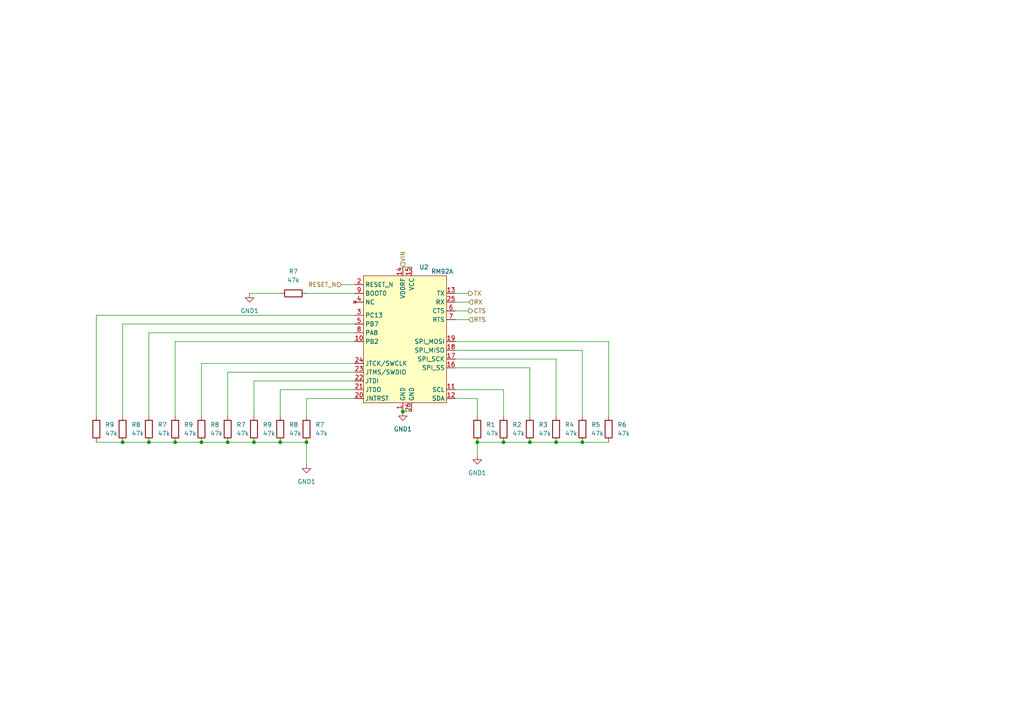
<source format=kicad_sch>
(kicad_sch (version 20230121) (generator eeschema)
  (paper "A4")
  (lib_symbols
    (symbol "Device:R" (pin_numbers hide) (pin_names (offset 0))
      (property "Reference" "R" (at 2.032 0 90))
      (property "Value" "R" (at 0 0 90))
      (symbol "R_0_1"
        (rectangle (start -1.016 -2.54) (end 1.016 2.54) (stroke (width 0.254)))
      )
      (symbol "R_1_1"
        (pin passive line (at 0 3.81 270) (length 1.27) (name "~") (number "1"))
        (pin passive line (at 0 -3.81 90) (length 1.27) (name "~") (number "2"))
      )
    )
    (symbol "balloon_lib:RM92A"
      (property "Reference" "U" (at 6.35 -19.05 0))
      (symbol "RM92A_0_0"
        (pin passive line (at 0 -20.32 90) (length 2.54) (name "GND") (number "1"))
        (pin bidirectional line (at -13.97 0 0) (length 2.54) (name "PB2") (number "10"))
        (pin output line (at 15.24 -13.97 180) (length 2.54) (name "SCL") (number "11"))
        (pin output line (at 15.24 -16.51 180) (length 2.54) (name "SDA") (number "12"))
        (pin output line (at 15.24 13.97 180) (length 2.54) (name "TX") (number "13"))
        (pin power_in line (at 0 21.59 270) (length 2.54) (name "VDDRF") (number "14"))
        (pin power_in line (at 2.54 21.59 270) (length 2.54) (name "VCC") (number "15"))
        (pin output line (at 15.24 -7.62 180) (length 2.54) (name "SPI_SS") (number "16"))
        (pin output line (at 15.24 -5.08 180) (length 2.54) (name "SPI_SCK") (number "17"))
        (pin input line (at 15.24 -2.54 180) (length 2.54) (name "SPI_MISO") (number "18"))
        (pin output line (at 15.24 0 180) (length 2.54) (name "SPI_MOSI") (number "19"))
        (pin input line (at -13.97 16.51 0) (length 2.54) (name "RESET_N") (number "2"))
        (pin input line (at -13.97 -16.51 0) (length 2.54) (name "JNTRST") (number "20"))
        (pin output line (at -13.97 -13.97 0) (length 2.54) (name "JTDO") (number "21"))
        (pin input line (at -13.97 -11.43 0) (length 2.54) (name "JTDI") (number "22"))
        (pin bidirectional line (at -13.97 -8.89 0) (length 2.54) (name "JTMS/SWDIO") (number "23"))
        (pin bidirectional line (at -13.97 -6.35 0) (length 2.54) (name "JTCK/SWCLK") (number "24"))
        (pin input line (at 15.24 11.43 180) (length 2.54) (name "RX") (number "25"))
        (pin passive line (at 2.54 -20.32 90) (length 2.54) (name "GND") (number "26"))
        (pin bidirectional line (at -13.97 7.62 0) (length 2.54) (name "PC13") (number "3"))
        (pin no_connect line (at -13.97 11.43 0) (length 2.54) (name "NC") (number "4"))
        (pin bidirectional line (at -13.97 5.08 0) (length 2.54) (name "PB7") (number "5"))
        (pin output line (at 15.24 8.89 180) (length 2.54) (name "CTS") (number "6"))
        (pin input line (at 15.24 6.35 180) (length 2.54) (name "RTS") (number "7"))
        (pin bidirectional line (at -13.97 2.54 0) (length 2.54) (name "PA8") (number "8"))
        (pin passive line (at -13.97 13.97 0) (length 2.54) (name "BOOT0") (number "9"))
      )
      (symbol "RM92A_1_1"
        (rectangle (start -11.43 19.05) (end 12.7 -17.78) (fill (type background)))
      )
    )
    (symbol "power:GND1" (power) (pin_names (offset 0))
      (property "Value" "GND1" (at 0 -3.81 0))
      (symbol "GND1_0_1"
        (polyline (pts (xy 0 0) (xy 0 -1.27) (xy 1.27 -1.27) (xy 0 -2.54) (xy -1.27 -1.27) (xy 0 -1.27)))
      )
      (symbol "GND1_1_1"
        (pin power_in line (at 0 0 270) (length 0) hide (name "GND1") (number "1"))
      )
    )
  )
  (junction (at 43.18 128.27))
  (junction (at 50.8 128.27))
  (junction (at 168.91 128.27))
  (junction (at 116.84 119.38))
  (junction (at 35.56 128.27))
  (junction (at 58.42 128.27))
  (junction (at 73.66 128.27))
  (junction (at 161.29 128.27))
  (junction (at 138.43 128.27))
  (junction (at 153.67 128.27))
  (junction (at 146.05 128.27))
  (junction (at 81.28 128.27))
  (junction (at 88.9 128.27))
  (junction (at 66.04 128.27))
  (wire (pts (xy 153.67 106.68) (xy 153.67 120.65)))
  (wire (pts (xy 132.08 115.57) (xy 138.43 115.57)))
  (wire (pts (xy 132.08 106.68) (xy 153.67 106.68)))
  (wire (pts (xy 72.39 85.09) (xy 81.28 85.09)))
  (wire (pts (xy 35.56 93.98) (xy 35.56 120.65)))
  (wire (pts (xy 88.9 120.65) (xy 88.9 115.57)))
  (wire (pts (xy 58.42 128.27) (xy 50.8 128.27)))
  (wire (pts (xy 102.87 105.41) (xy 58.42 105.41)))
  (wire (pts (xy 138.43 128.27) (xy 146.05 128.27)))
  (wire (pts (xy 135.89 90.17) (xy 132.08 90.17)))
  (wire (pts (xy 116.84 119.38) (xy 119.38 119.38)))
  (wire (pts (xy 138.43 132.08) (xy 138.43 128.27)))
  (wire (pts (xy 73.66 110.49) (xy 73.66 120.65)))
  (wire (pts (xy 102.87 96.52) (xy 43.18 96.52)))
  (wire (pts (xy 153.67 128.27) (xy 161.29 128.27)))
  (wire (pts (xy 102.87 91.44) (xy 27.94 91.44)))
  (wire (pts (xy 146.05 128.27) (xy 153.67 128.27)))
  (wire (pts (xy 88.9 128.27) (xy 81.28 128.27)))
  (wire (pts (xy 138.43 115.57) (xy 138.43 120.65)))
  (wire (pts (xy 168.91 128.27) (xy 176.53 128.27)))
  (wire (pts (xy 102.87 113.03) (xy 81.28 113.03)))
  (wire (pts (xy 135.89 92.71) (xy 132.08 92.71)))
  (wire (pts (xy 168.91 101.6) (xy 168.91 120.65)))
  (wire (pts (xy 135.89 87.63) (xy 132.08 87.63)))
  (wire (pts (xy 132.08 104.14) (xy 161.29 104.14)))
  (wire (pts (xy 66.04 107.95) (xy 66.04 120.65)))
  (wire (pts (xy 27.94 91.44) (xy 27.94 120.65)))
  (wire (pts (xy 81.28 128.27) (xy 73.66 128.27)))
  (wire (pts (xy 88.9 85.09) (xy 102.87 85.09)))
  (wire (pts (xy 132.08 113.03) (xy 146.05 113.03)))
  (wire (pts (xy 58.42 105.41) (xy 58.42 120.65)))
  (wire (pts (xy 146.05 113.03) (xy 146.05 120.65)))
  (wire (pts (xy 102.87 107.95) (xy 66.04 107.95)))
  (wire (pts (xy 73.66 128.27) (xy 66.04 128.27)))
  (wire (pts (xy 132.08 99.06) (xy 176.53 99.06)))
  (wire (pts (xy 176.53 99.06) (xy 176.53 120.65)))
  (wire (pts (xy 132.08 101.6) (xy 168.91 101.6)))
  (wire (pts (xy 161.29 104.14) (xy 161.29 120.65)))
  (wire (pts (xy 50.8 99.06) (xy 50.8 120.65)))
  (wire (pts (xy 102.87 110.49) (xy 73.66 110.49)))
  (wire (pts (xy 135.89 85.09) (xy 132.08 85.09)))
  (wire (pts (xy 43.18 96.52) (xy 43.18 120.65)))
  (wire (pts (xy 88.9 115.57) (xy 102.87 115.57)))
  (wire (pts (xy 50.8 128.27) (xy 43.18 128.27)))
  (wire (pts (xy 66.04 128.27) (xy 58.42 128.27)))
  (wire (pts (xy 102.87 93.98) (xy 35.56 93.98)))
  (wire (pts (xy 116.84 77.47) (xy 119.38 77.47)))
  (wire (pts (xy 161.29 128.27) (xy 168.91 128.27)))
  (wire (pts (xy 102.87 99.06) (xy 50.8 99.06)))
  (wire (pts (xy 43.18 128.27) (xy 35.56 128.27)))
  (wire (pts (xy 88.9 134.62) (xy 88.9 128.27)))
  (wire (pts (xy 81.28 113.03) (xy 81.28 120.65)))
  (wire (pts (xy 99.06 82.55) (xy 102.87 82.55)))
  (wire (pts (xy 35.56 128.27) (xy 27.94 128.27)))
  (hierarchical_label "CTS" (shape output) (at 135.89 90.17 0))
  (hierarchical_label "RX" (shape input) (at 135.89 87.63 0))
  (hierarchical_label "TX" (shape output) (at 135.89 85.09 0))
  (hierarchical_label "VIN" (shape input) (at 116.84 77.47 90))
  (hierarchical_label "RESET_N" (shape input) (at 99.06 82.55 180))
  (hierarchical_label "RTS" (shape input) (at 135.89 92.71 0))
  (symbol (lib_id "power:GND1") (at 116.84 119.38 0) (unit 1)
    (property "Reference" "#PWR06" (effects hide))
    (property "Value" "GND1" (at 116.84 124.46 0))
    (instances (project "balloon" (path "" (reference "#PWR06") (unit 1)) (path "" (reference "#PWR028") (unit 1))))
  )
  (symbol (lib_id "Device:R") (at 66.04 124.46 0) (unit 1)
    (property "Reference" "R7" (at 68.58 123.19 0) (effects (justify left)))
    (property "Value" "47k" (at 68.58 125.73 0) (effects (justify left)))
    (property "Footprint" "Resistor_SMD:R_0603_1608Metric_Pad0.98x0.95mm_HandSolder" (effects hide))
    (instances (project "balloon" (path "" (reference "R7") (unit 1)) (path "" (reference "R11") (unit 1))))
  )
  (symbol (lib_id "Device:R") (at 35.56 124.46 0) (unit 1)
    (property "Reference" "R8" (at 38.1 123.19 0) (effects (justify left)))
    (property "Value" "47k" (at 38.1 125.73 0) (effects (justify left)))
    (property "Footprint" "Resistor_SMD:R_0603_1608Metric_Pad0.98x0.95mm_HandSolder" (effects hide))
    (instances (project "balloon" (path "" (reference "R8") (unit 1)) (path "" (reference "R7") (unit 1))))
  )
  (symbol (lib_id "power:GND1") (at 138.43 132.08 0) (unit 1)
    (property "Reference" "#PWR07" (effects hide))
    (property "Value" "GND1" (at 138.43 137.16 0))
    (instances (project "balloon" (path "" (reference "#PWR07") (unit 1)) (path "" (reference "#PWR029") (unit 1))))
  )
  (symbol (lib_id "Device:R") (at 27.94 124.46 0) (unit 1)
    (property "Reference" "R9" (at 30.48 123.19 0) (effects (justify left)))
    (property "Value" "47k" (at 30.48 125.73 0) (effects (justify left)))
    (property "Footprint" "Resistor_SMD:R_0603_1608Metric_Pad0.98x0.95mm_HandSolder" (effects hide))
    (instances (project "balloon" (path "" (reference "R9") (unit 1)) (path "" (reference "R6") (unit 1))))
  )
  (symbol (lib_id "Device:R") (at 88.9 124.46 0) (unit 1)
    (property "Reference" "R7" (at 91.44 123.19 0) (effects (justify left)))
    (property "Value" "47k" (at 91.44 125.73 0) (effects (justify left)))
    (property "Footprint" "Resistor_SMD:R_0603_1608Metric_Pad0.98x0.95mm_HandSolder" (effects hide))
    (instances (project "balloon" (path "" (reference "R7") (unit 1)) (path "" (reference "R15") (unit 1))))
  )
  (symbol (lib_id "Device:R") (at 161.29 124.46 0) (unit 1)
    (property "Reference" "R4" (at 163.83 123.19 0) (effects (justify left)))
    (property "Value" "47k" (at 163.83 125.73 0) (effects (justify left)))
    (property "Footprint" "Resistor_SMD:R_0603_1608Metric_Pad0.98x0.95mm_HandSolder" (effects hide))
    (instances (project "balloon" (path "" (reference "R4") (unit 1)) (path "" (reference "R19") (unit 1))))
  )
  (symbol (lib_id "Device:R") (at 81.28 124.46 0) (unit 1)
    (property "Reference" "R8" (at 83.82 123.19 0) (effects (justify left)))
    (property "Value" "47k" (at 83.82 125.73 0) (effects (justify left)))
    (property "Footprint" "Resistor_SMD:R_0603_1608Metric_Pad0.98x0.95mm_HandSolder" (effects hide))
    (instances (project "balloon" (path "" (reference "R8") (unit 1)) (path "" (reference "R13") (unit 1))))
  )
  (symbol (lib_id "power:GND1") (at 72.39 85.09 0) (unit 1)
    (property "Reference" "#PWR07" (effects hide))
    (property "Value" "GND1" (at 72.39 90.17 0))
    (instances (project "balloon" (path "" (reference "#PWR07") (unit 1)) (path "" (reference "#PWR026") (unit 1))))
  )
  (symbol (lib_id "Device:R") (at 153.67 124.46 0) (unit 1)
    (property "Reference" "R3" (at 156.21 123.19 0) (effects (justify left)))
    (property "Value" "47k" (at 156.21 125.73 0) (effects (justify left)))
    (property "Footprint" "Resistor_SMD:R_0603_1608Metric_Pad0.98x0.95mm_HandSolder" (effects hide))
    (instances (project "balloon" (path "" (reference "R3") (unit 1)) (path "" (reference "R18") (unit 1))))
  )
  (symbol (lib_id "Device:R") (at 58.42 124.46 0) (unit 1)
    (property "Reference" "R8" (at 60.96 123.19 0) (effects (justify left)))
    (property "Value" "47k" (at 60.96 125.73 0) (effects (justify left)))
    (property "Footprint" "Resistor_SMD:R_0603_1608Metric_Pad0.98x0.95mm_HandSolder" (effects hide))
    (instances (project "balloon" (path "" (reference "R8") (unit 1)) (path "" (reference "R10") (unit 1))))
  )
  (symbol (lib_id "balloon_lib:RM92A") (at 116.84 99.06 0) (unit 1)
    (property "Reference" "U2" (at 121.5741 77.47 0) (effects (justify left)))
    (property "Value" "RM92A" (at 128.27 78.74 0))
    (property "Footprint" "balloon:RM92A" (effects hide))
    (instances (project "balloon" (path "" (reference "U2") (unit 1)) (path "" (reference "U6") (unit 1))))
  )
  (symbol (lib_id "power:GND1") (at 88.9 134.62 0) (unit 1)
    (property "Reference" "#PWR07" (effects hide))
    (property "Value" "GND1" (at 88.9 139.7 0))
    (instances (project "balloon" (path "" (reference "#PWR07") (unit 1)) (path "" (reference "#PWR027") (unit 1))))
  )
  (symbol (lib_id "Device:R") (at 73.66 124.46 0) (unit 1)
    (property "Reference" "R9" (at 76.2 123.19 0) (effects (justify left)))
    (property "Value" "47k" (at 76.2 125.73 0) (effects (justify left)))
    (property "Footprint" "Resistor_SMD:R_0603_1608Metric_Pad0.98x0.95mm_HandSolder" (effects hide))
    (instances (project "balloon" (path "" (reference "R9") (unit 1)) (path "" (reference "R12") (unit 1))))
  )
  (symbol (lib_id "Device:R") (at 138.43 124.46 0) (unit 1)
    (property "Reference" "R1" (at 140.97 123.19 0) (effects (justify left)))
    (property "Value" "47k" (at 140.97 125.73 0) (effects (justify left)))
    (property "Footprint" "Resistor_SMD:R_0603_1608Metric_Pad0.98x0.95mm_HandSolder" (effects hide))
    (instances (project "balloon" (path "" (reference "R1") (unit 1)) (path "" (reference "R16") (unit 1))))
  )
  (symbol (lib_id "Device:R") (at 85.09 85.09 90) (unit 1)
    (property "Reference" "R7" (at 85.09 78.74 90))
    (property "Value" "47k" (at 85.09 81.28 90))
    (property "Footprint" "Resistor_SMD:R_0603_1608Metric_Pad0.98x0.95mm_HandSolder" (effects hide))
    (instances (project "balloon" (path "" (reference "R7") (unit 1)) (path "" (reference "R14") (unit 1))))
  )
  (symbol (lib_id "Device:R") (at 43.18 124.46 0) (unit 1)
    (property "Reference" "R7" (at 45.72 123.19 0) (effects (justify left)))
    (property "Value" "47k" (at 45.72 125.73 0) (effects (justify left)))
    (property "Footprint" "Resistor_SMD:R_0603_1608Metric_Pad0.98x0.95mm_HandSolder" (effects hide))
    (instances (project "balloon" (path "" (reference "R7") (unit 1)) (path "" (reference "R8") (unit 1))))
  )
  (symbol (lib_id "Device:R") (at 50.8 124.46 0) (unit 1)
    (property "Reference" "R9" (at 53.34 123.19 0) (effects (justify left)))
    (property "Value" "47k" (at 53.34 125.73 0) (effects (justify left)))
    (property "Footprint" "Resistor_SMD:R_0603_1608Metric_Pad0.98x0.95mm_HandSolder" (effects hide))
  )
  (symbol (lib_id "Device:R") (at 146.05 124.46 0) (unit 1)
    (property "Reference" "R2" (at 148.59 123.19 0) (effects (justify left)))
    (property "Value" "47k" (at 148.59 125.73 0) (effects (justify left)))
    (property "Footprint" "Resistor_SMD:R_0603_1608Metric_Pad0.98x0.95mm_HandSolder" (effects hide))
    (instances (project "balloon" (path "" (reference "R2") (unit 1)) (path "" (reference "R17") (unit 1))))
  )
  (symbol (lib_id "Device:R") (at 168.91 124.46 0) (unit 1)
    (property "Reference" "R5" (at 171.45 123.19 0) (effects (justify left)))
    (property "Value" "47k" (at 171.45 125.73 0) (effects (justify left)))
    (property "Footprint" "Resistor_SMD:R_0603_1608Metric_Pad0.98x0.95mm_HandSolder" (effects hide))
    (instances (project "balloon" (path "" (reference "R5") (unit 1)) (path "" (reference "R20") (unit 1))))
  )
  (symbol (lib_id "Device:R") (at 176.53 124.46 0) (unit 1)
    (property "Reference" "R6" (at 179.07 123.19 0) (effects (justify left)))
    (property "Value" "47k" (at 179.07 125.73 0) (effects (justify left)))
    (property "Footprint" "Resistor_SMD:R_0603_1608Metric_Pad0.98x0.95mm_HandSolder" (effects hide))
    (instances (project "balloon" (path "" (reference "R6") (unit 1)) (path "" (reference "R21") (unit 1))))
  )
)
</source>
